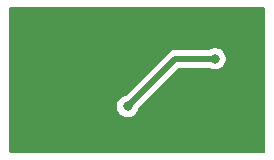
<source format=gbr>
%TF.GenerationSoftware,KiCad,Pcbnew,9.0.7*%
%TF.CreationDate,2026-02-18T17:04:35-08:00*%
%TF.ProjectId,inverter,696e7665-7274-4657-922e-6b696361645f,rev?*%
%TF.SameCoordinates,Original*%
%TF.FileFunction,Copper,L2,Bot*%
%TF.FilePolarity,Positive*%
%FSLAX46Y46*%
G04 Gerber Fmt 4.6, Leading zero omitted, Abs format (unit mm)*
G04 Created by KiCad (PCBNEW 9.0.7) date 2026-02-18 17:04:35*
%MOMM*%
%LPD*%
G01*
G04 APERTURE LIST*
%TA.AperFunction,ViaPad*%
%ADD10C,0.800000*%
%TD*%
%TA.AperFunction,ViaPad*%
%ADD11C,0.600000*%
%TD*%
%TA.AperFunction,Conductor*%
%ADD12C,0.500000*%
%TD*%
G04 APERTURE END LIST*
D10*
%TO.N,Net-(U2-VOUT)*%
X156900000Y-93300000D03*
X149500000Y-97337500D03*
D11*
%TO.N,GND*%
X140000000Y-100200000D03*
X139800000Y-98500000D03*
X140000000Y-91500000D03*
X140000000Y-94800000D03*
X143000000Y-93400000D03*
X146400000Y-91100000D03*
X148600000Y-91100000D03*
X151400000Y-92900000D03*
X157500000Y-95500000D03*
X142900000Y-91100000D03*
X159800000Y-97300000D03*
X160200000Y-96400000D03*
X160200000Y-100200000D03*
X158500000Y-92500000D03*
X157500000Y-97600000D03*
X154000000Y-100200000D03*
X145900000Y-93100000D03*
X152000000Y-100200000D03*
X142600000Y-100200000D03*
X144100000Y-100200000D03*
X146200000Y-100200000D03*
X147200000Y-100100000D03*
X148500000Y-100200000D03*
X147700000Y-93300000D03*
X150400000Y-100200000D03*
%TD*%
D12*
%TO.N,Net-(U2-VOUT)*%
X156900000Y-93300000D02*
X153537500Y-93300000D01*
X153537500Y-93300000D02*
X149500000Y-97337500D01*
%TD*%
%TA.AperFunction,Conductor*%
%TO.N,GND*%
G36*
X161042539Y-88920185D02*
G01*
X161088294Y-88972989D01*
X161099500Y-89024500D01*
X161099500Y-101175500D01*
X161079815Y-101242539D01*
X161027011Y-101288294D01*
X160975500Y-101299500D01*
X139624500Y-101299500D01*
X139557461Y-101279815D01*
X139511706Y-101227011D01*
X139500500Y-101175500D01*
X139500500Y-97248804D01*
X148599500Y-97248804D01*
X148599500Y-97426195D01*
X148634103Y-97600158D01*
X148634106Y-97600167D01*
X148701983Y-97764040D01*
X148701990Y-97764053D01*
X148800535Y-97911534D01*
X148800538Y-97911538D01*
X148925961Y-98036961D01*
X148925965Y-98036964D01*
X149073446Y-98135509D01*
X149073459Y-98135516D01*
X149196363Y-98186423D01*
X149237334Y-98203394D01*
X149237336Y-98203394D01*
X149237341Y-98203396D01*
X149411304Y-98237999D01*
X149411307Y-98238000D01*
X149411309Y-98238000D01*
X149588693Y-98238000D01*
X149588694Y-98237999D01*
X149646682Y-98226464D01*
X149762658Y-98203396D01*
X149762661Y-98203394D01*
X149762666Y-98203394D01*
X149926547Y-98135513D01*
X150074035Y-98036964D01*
X150199464Y-97911535D01*
X150298013Y-97764047D01*
X150365894Y-97600166D01*
X150375240Y-97553178D01*
X150407624Y-97491270D01*
X150409120Y-97489746D01*
X153812048Y-94086819D01*
X153873371Y-94053334D01*
X153899729Y-94050500D01*
X156364730Y-94050500D01*
X156431769Y-94070185D01*
X156433622Y-94071399D01*
X156473447Y-94098010D01*
X156473450Y-94098011D01*
X156473453Y-94098013D01*
X156637334Y-94165894D01*
X156637336Y-94165894D01*
X156637341Y-94165896D01*
X156811304Y-94200499D01*
X156811307Y-94200500D01*
X156811309Y-94200500D01*
X156988693Y-94200500D01*
X156988694Y-94200499D01*
X157046682Y-94188964D01*
X157162658Y-94165896D01*
X157162661Y-94165894D01*
X157162666Y-94165894D01*
X157326547Y-94098013D01*
X157474035Y-93999464D01*
X157599464Y-93874035D01*
X157698013Y-93726547D01*
X157765894Y-93562666D01*
X157800500Y-93388691D01*
X157800500Y-93211309D01*
X157800500Y-93211306D01*
X157800499Y-93211304D01*
X157765896Y-93037341D01*
X157765893Y-93037332D01*
X157698016Y-92873459D01*
X157698009Y-92873446D01*
X157599464Y-92725965D01*
X157599461Y-92725961D01*
X157474038Y-92600538D01*
X157474034Y-92600535D01*
X157326553Y-92501990D01*
X157326540Y-92501983D01*
X157162667Y-92434106D01*
X157162658Y-92434103D01*
X156988694Y-92399500D01*
X156988691Y-92399500D01*
X156811309Y-92399500D01*
X156811306Y-92399500D01*
X156637341Y-92434103D01*
X156637332Y-92434106D01*
X156473452Y-92501987D01*
X156473447Y-92501989D01*
X156433622Y-92528601D01*
X156366945Y-92549480D01*
X156364730Y-92549500D01*
X153463580Y-92549500D01*
X153318592Y-92578340D01*
X153318582Y-92578343D01*
X153182011Y-92634912D01*
X153181998Y-92634919D01*
X153059084Y-92717048D01*
X153059080Y-92717051D01*
X149347807Y-96428323D01*
X149286484Y-96461808D01*
X149284319Y-96462259D01*
X149237337Y-96471604D01*
X149237331Y-96471606D01*
X149073459Y-96539483D01*
X149073446Y-96539490D01*
X148925965Y-96638035D01*
X148925961Y-96638038D01*
X148800538Y-96763461D01*
X148800535Y-96763465D01*
X148701990Y-96910946D01*
X148701983Y-96910959D01*
X148634106Y-97074832D01*
X148634103Y-97074841D01*
X148599500Y-97248804D01*
X139500500Y-97248804D01*
X139500500Y-89024500D01*
X139520185Y-88957461D01*
X139572989Y-88911706D01*
X139624500Y-88900500D01*
X160975500Y-88900500D01*
X161042539Y-88920185D01*
G37*
%TD.AperFunction*%
%TD*%
M02*

</source>
